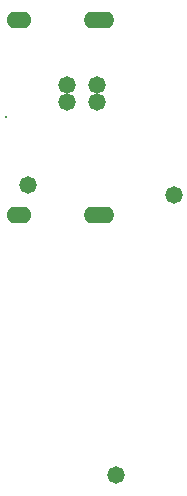
<source format=gbs>
G04*
G04 #@! TF.GenerationSoftware,Altium Limited,Altium Designer,18.0.12 (696)*
G04*
G04 Layer_Color=16711935*
%FSLAX25Y25*%
%MOIN*%
G70*
G01*
G75*
%ADD35C,0.00800*%
%ADD36O,0.08280X0.05524*%
%ADD37O,0.10249X0.05524*%
%ADD38C,0.05800*%
D35*
X114000Y202000D02*
D03*
D36*
X118331Y234480D02*
D03*
Y169520D02*
D03*
D37*
X145024Y234480D02*
D03*
Y169520D02*
D03*
D38*
X150850Y82650D02*
D03*
X170000Y176000D02*
D03*
X121500Y179500D02*
D03*
X134500Y212724D02*
D03*
Y207024D02*
D03*
X144500Y212724D02*
D03*
Y207024D02*
D03*
M02*

</source>
